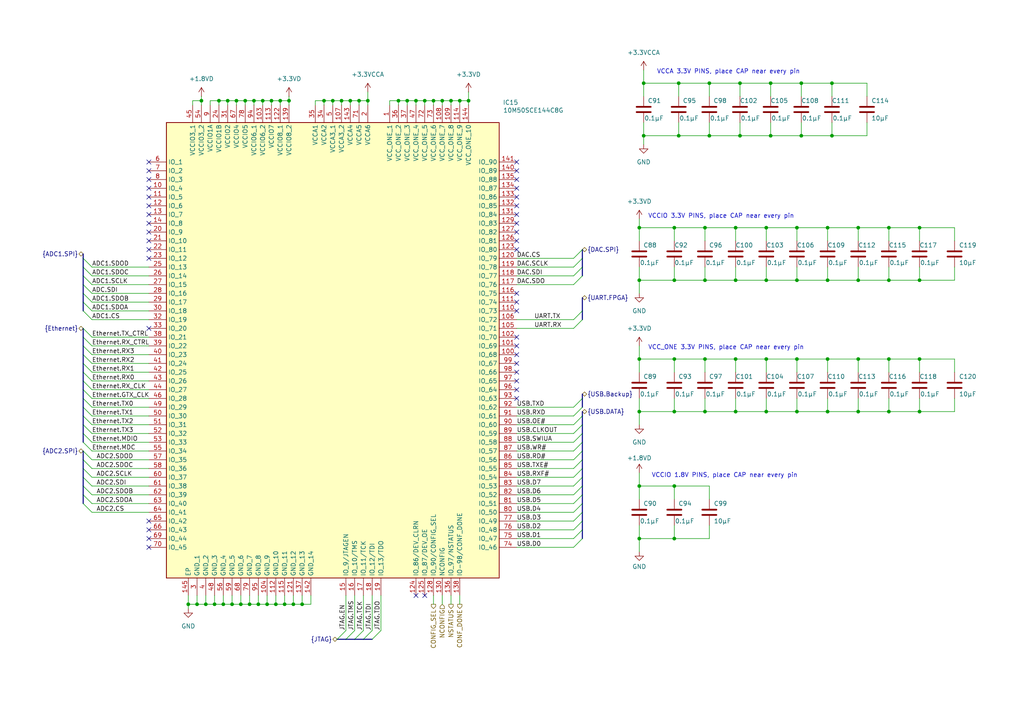
<source format=kicad_sch>
(kicad_sch (version 20250114) (generator "eeschema") (generator_version "9.0")
  (paper "A4")
  (bus_alias "JTAG" (members "JTAG.EN" "JTAG.TMS" "JTAG.TCK" "JTAG.TDI" "JTAG.TDO"))
  (text "VCC_ONE 3.3V PINS, place CAP near every pin" (at 187.96 101.6 0) (effects (font (size 1.27 1.27)) (justify left bottom)))
  (text "VCCA 3.3V PINS, place CAP near every pin" (at 190.5 21.59 0) (effects (font (size 1.27 1.27)) (justify left bottom)))
  (text "VCCIO 1.8V PINS, place CAP near every pin" (at 188.976 138.684 0) (effects (font (size 1.27 1.27)) (justify left bottom)))
  (text "VCCIO 3.3V PINS, place CAP near every pin" (at 187.96 63.5 0) (effects (font (size 1.27 1.27)) (justify left bottom)))
  (junction (at 266.7 104.14))
  (junction (at 222.25 119.38))
  (junction (at 62.23 175.26))
  (junction (at 118.11 29.21))
  (junction (at 204.47 104.14))
  (junction (at 204.47 81.28))
  (junction (at 240.03 66.04))
  (junction (at 266.7 81.28))
  (junction (at 123.19 29.21))
  (junction (at 240.03 81.28))
  (junction (at 106.68 29.21))
  (junction (at 213.36 81.28))
  (junction (at 214.63 39.37))
  (junction (at 248.92 66.04))
  (junction (at 87.63 175.26))
  (junction (at 205.74 24.13))
  (junction (at 240.03 119.38))
  (junction (at 185.42 104.14))
  (junction (at 266.7 119.38))
  (junction (at 186.69 24.13))
  (junction (at 223.52 39.37))
  (junction (at 68.58 29.21))
  (junction (at 63.5 29.21))
  (junction (at 213.36 119.38))
  (junction (at 205.74 39.37))
  (junction (at 196.85 39.37))
  (junction (at 213.36 66.04))
  (junction (at 104.14 29.21))
  (junction (at 58.42 29.21))
  (junction (at 85.09 175.26))
  (junction (at 186.69 39.37))
  (junction (at 115.57 29.21))
  (junction (at 257.81 66.04))
  (junction (at 241.3 24.13))
  (junction (at 195.58 119.38))
  (junction (at 185.42 156.21))
  (junction (at 71.12 29.21))
  (junction (at 54.61 175.26))
  (junction (at 231.14 81.28))
  (junction (at 195.58 156.21))
  (junction (at 57.15 175.26))
  (junction (at 185.42 81.28))
  (junction (at 69.85 175.26))
  (junction (at 223.52 24.13))
  (junction (at 78.74 29.21))
  (junction (at 248.92 104.14))
  (junction (at 266.7 66.04))
  (junction (at 213.36 104.14))
  (junction (at 81.28 29.21))
  (junction (at 59.69 175.26))
  (junction (at 195.58 66.04))
  (junction (at 195.58 104.14))
  (junction (at 195.58 140.97))
  (junction (at 195.58 81.28))
  (junction (at 93.98 29.21))
  (junction (at 248.92 119.38))
  (junction (at 135.89 29.21))
  (junction (at 72.39 175.26))
  (junction (at 257.81 81.28))
  (junction (at 77.47 175.26))
  (junction (at 99.06 29.21))
  (junction (at 133.35 29.21))
  (junction (at 222.25 66.04))
  (junction (at 231.14 119.38))
  (junction (at 80.01 175.26))
  (junction (at 185.42 119.38))
  (junction (at 232.41 24.13))
  (junction (at 120.65 29.21))
  (junction (at 257.81 119.38))
  (junction (at 204.47 66.04))
  (junction (at 83.82 29.21))
  (junction (at 76.2 29.21))
  (junction (at 64.77 175.26))
  (junction (at 125.73 29.21))
  (junction (at 241.3 39.37))
  (junction (at 214.63 24.13))
  (junction (at 130.81 29.21))
  (junction (at 128.27 29.21))
  (junction (at 231.14 66.04))
  (junction (at 231.14 104.14))
  (junction (at 74.93 175.26))
  (junction (at 222.25 81.28))
  (junction (at 66.04 29.21))
  (junction (at 248.92 81.28))
  (junction (at 232.41 39.37))
  (junction (at 82.55 175.26))
  (junction (at 101.6 29.21))
  (junction (at 222.25 104.14))
  (junction (at 204.47 119.38))
  (junction (at 257.81 104.14))
  (junction (at 240.03 104.14))
  (junction (at 73.66 29.21))
  (junction (at 96.52 29.21))
  (junction (at 196.85 24.13))
  (junction (at 67.31 175.26))
  (junction (at 185.42 140.97))
  (junction (at 185.42 66.04))
  (no_connect (at 149.86 57.15))
  (no_connect (at 149.86 64.77))
  (no_connect (at 43.18 62.23))
  (no_connect (at 149.86 102.87))
  (no_connect (at 149.86 100.33))
  (no_connect (at 149.86 59.69))
  (no_connect (at 43.18 72.39))
  (no_connect (at 149.86 62.23))
  (no_connect (at 123.19 172.72))
  (no_connect (at 43.18 67.31))
  (no_connect (at 43.18 151.13))
  (no_connect (at 43.18 153.67))
  (no_connect (at 43.18 156.21))
  (no_connect (at 149.86 110.49))
  (no_connect (at 43.18 49.53))
  (no_connect (at 149.86 46.99))
  (no_connect (at 43.18 54.61))
  (no_connect (at 43.18 59.69))
  (no_connect (at 149.86 97.79))
  (no_connect (at 149.86 105.41))
  (no_connect (at 43.18 64.77))
  (no_connect (at 149.86 72.39))
  (no_connect (at 149.86 52.07))
  (no_connect (at 149.86 113.03))
  (no_connect (at 149.86 115.57))
  (no_connect (at 43.18 158.75))
  (no_connect (at 149.86 90.17))
  (no_connect (at 149.86 87.63))
  (no_connect (at 149.86 49.53))
  (no_connect (at 43.18 46.99))
  (no_connect (at 43.18 74.93))
  (no_connect (at 149.86 54.61))
  (no_connect (at 149.86 85.09))
  (no_connect (at 149.86 107.95))
  (no_connect (at 43.18 57.15))
  (no_connect (at 149.86 69.85))
  (no_connect (at 149.86 67.31))
  (no_connect (at 43.18 52.07))
  (no_connect (at 120.65 172.72))
  (no_connect (at 43.18 95.25))
  (no_connect (at 43.18 69.85))
  (bus_entry (at 24.13 74.93) (size 2.54 2.54))
  (bus_entry (at 24.13 110.49) (size 2.54 2.54))
  (bus_entry (at 24.13 87.63) (size 2.54 2.54))
  (bus_entry (at 168.91 135.89) (size -2.54 2.54))
  (bus_entry (at 168.91 120.65) (size -2.54 2.54))
  (bus_entry (at 102.87 185.42) (size 2.54 -2.54))
  (bus_entry (at 107.95 185.42) (size 2.54 -2.54))
  (bus_entry (at 168.91 143.51) (size -2.54 2.54))
  (bus_entry (at 24.13 140.97) (size 2.54 2.54))
  (bus_entry (at 24.13 133.35) (size 2.54 2.54))
  (bus_entry (at 168.91 153.67) (size -2.54 2.54))
  (bus_entry (at 168.91 72.39) (size -2.54 2.54))
  (bus_entry (at 24.13 107.95) (size 2.54 2.54))
  (bus_entry (at 24.13 105.41) (size 2.54 2.54))
  (bus_entry (at 168.91 77.47) (size -2.54 2.54))
  (bus_entry (at 168.91 74.93) (size -2.54 2.54))
  (bus_entry (at 168.91 123.19) (size -2.54 2.54))
  (bus_entry (at 24.13 143.51) (size 2.54 2.54))
  (bus_entry (at 24.13 130.81) (size 2.54 2.54))
  (bus_entry (at 168.91 80.01) (size -2.54 2.54))
  (bus_entry (at 168.91 138.43) (size -2.54 2.54))
  (bus_entry (at 24.13 113.03) (size 2.54 2.54))
  (bus_entry (at 166.37 95.25) (size 2.54 -2.54))
  (bus_entry (at 168.91 118.11) (size -2.54 2.54))
  (bus_entry (at 168.91 156.21) (size -2.54 2.54))
  (bus_entry (at 24.13 100.33) (size 2.54 2.54))
  (bus_entry (at 24.13 128.27) (size 2.54 2.54))
  (bus_entry (at 168.91 146.05) (size -2.54 2.54))
  (bus_entry (at 168.91 140.97) (size -2.54 2.54))
  (bus_entry (at 24.13 102.87) (size 2.54 2.54))
  (bus_entry (at 24.13 135.89) (size 2.54 2.54))
  (bus_entry (at 97.79 185.42) (size 2.54 -2.54))
  (bus_entry (at 24.13 125.73) (size 2.54 2.54))
  (bus_entry (at 24.13 77.47) (size 2.54 2.54))
  (bus_entry (at 168.91 133.35) (size -2.54 2.54))
  (bus_entry (at 24.13 118.11) (size 2.54 2.54))
  (bus_entry (at 24.13 138.43) (size 2.54 2.54))
  (bus_entry (at 168.91 128.27) (size -2.54 2.54))
  (bus_entry (at 168.91 151.13) (size -2.54 2.54))
  (bus_entry (at 24.13 115.57) (size 2.54 2.54))
  (bus_entry (at 24.13 97.79) (size 2.54 2.54))
  (bus_entry (at 168.91 148.59) (size -2.54 2.54))
  (bus_entry (at 105.41 185.42) (size 2.54 -2.54))
  (bus_entry (at 168.91 90.17) (size -2.54 2.54))
  (bus_entry (at 24.13 95.25) (size 2.54 2.54))
  (bus_entry (at 168.91 130.81) (size -2.54 2.54))
  (bus_entry (at 24.13 123.19) (size 2.54 2.54))
  (bus_entry (at 24.13 90.17) (size 2.54 2.54))
  (bus_entry (at 24.13 80.01) (size 2.54 2.54))
  (bus_entry (at 24.13 85.09) (size 2.54 2.54))
  (bus_entry (at 24.13 146.05) (size 2.54 2.54))
  (bus_entry (at 168.91 115.57) (size -2.54 2.54))
  (bus_entry (at 168.91 125.73) (size -2.54 2.54))
  (bus_entry (at 24.13 82.55) (size 2.54 2.54))
  (bus_entry (at 24.13 120.65) (size 2.54 2.54))
  (bus_entry (at 100.33 185.42) (size 2.54 -2.54))
  (wire (pts (xy 120.65 30.48) (xy 120.65 29.21)))
  (wire (pts (xy 195.58 156.21) (xy 205.74 156.21)))
  (bus (pts (xy 24.13 107.95) (xy 24.13 110.49)))
  (wire (pts (xy 99.06 30.48) (xy 99.06 29.21)))
  (bus (pts (xy 168.91 90.17) (xy 168.91 92.71)))
  (wire (pts (xy 195.58 115.57) (xy 195.58 119.38)))
  (wire (pts (xy 149.86 153.67) (xy 166.37 153.67)))
  (wire (pts (xy 196.85 39.37) (xy 186.69 39.37)))
  (wire (pts (xy 222.25 77.47) (xy 222.25 81.28)))
  (wire (pts (xy 77.47 175.26) (xy 74.93 175.26)))
  (wire (pts (xy 266.7 104.14) (xy 257.81 104.14)))
  (wire (pts (xy 195.58 107.95) (xy 195.58 104.14)))
  (wire (pts (xy 118.11 29.21) (xy 120.65 29.21)))
  (wire (pts (xy 69.85 172.72) (xy 69.85 175.26)))
  (wire (pts (xy 248.92 119.38) (xy 240.03 119.38)))
  (wire (pts (xy 62.23 172.72) (xy 62.23 175.26)))
  (bus (pts (xy 100.33 185.42) (xy 102.87 185.42)))
  (wire (pts (xy 232.41 27.94) (xy 232.41 24.13)))
  (wire (pts (xy 185.42 160.02) (xy 185.42 156.21)))
  (wire (pts (xy 185.42 81.28) (xy 185.42 77.47)))
  (wire (pts (xy 91.44 30.48) (xy 91.44 29.21)))
  (wire (pts (xy 240.03 66.04) (xy 231.14 66.04)))
  (wire (pts (xy 80.01 175.26) (xy 77.47 175.26)))
  (wire (pts (xy 71.12 29.21) (xy 73.66 29.21)))
  (wire (pts (xy 195.58 140.97) (xy 185.42 140.97)))
  (wire (pts (xy 240.03 69.85) (xy 240.03 66.04)))
  (wire (pts (xy 59.69 172.72) (xy 59.69 175.26)))
  (wire (pts (xy 257.81 66.04) (xy 257.81 69.85)))
  (wire (pts (xy 266.7 119.38) (xy 257.81 119.38)))
  (bus (pts (xy 168.91 151.13) (xy 168.91 153.67)))
  (wire (pts (xy 26.67 113.03) (xy 43.18 113.03)))
  (bus (pts (xy 102.87 185.42) (xy 105.41 185.42)))
  (wire (pts (xy 149.86 95.25) (xy 166.37 95.25)))
  (wire (pts (xy 64.77 175.26) (xy 62.23 175.26)))
  (wire (pts (xy 149.86 133.35) (xy 166.37 133.35)))
  (wire (pts (xy 63.5 29.21) (xy 66.04 29.21)))
  (wire (pts (xy 85.09 175.26) (xy 82.55 175.26)))
  (wire (pts (xy 26.67 110.49) (xy 43.18 110.49)))
  (wire (pts (xy 185.42 104.14) (xy 185.42 107.95)))
  (wire (pts (xy 251.46 24.13) (xy 251.46 27.94)))
  (wire (pts (xy 266.7 77.47) (xy 266.7 81.28)))
  (wire (pts (xy 105.41 172.72) (xy 105.41 182.88)))
  (wire (pts (xy 149.86 138.43) (xy 166.37 138.43)))
  (wire (pts (xy 213.36 81.28) (xy 204.47 81.28)))
  (wire (pts (xy 149.86 158.75) (xy 166.37 158.75)))
  (wire (pts (xy 67.31 175.26) (xy 64.77 175.26)))
  (wire (pts (xy 213.36 77.47) (xy 213.36 81.28)))
  (wire (pts (xy 251.46 35.56) (xy 251.46 39.37)))
  (wire (pts (xy 185.42 85.09) (xy 185.42 81.28)))
  (wire (pts (xy 123.19 30.48) (xy 123.19 29.21)))
  (wire (pts (xy 205.74 140.97) (xy 205.74 144.78)))
  (wire (pts (xy 149.86 128.27) (xy 166.37 128.27)))
  (wire (pts (xy 73.66 29.21) (xy 73.66 30.48)))
  (wire (pts (xy 232.41 39.37) (xy 223.52 39.37)))
  (wire (pts (xy 241.3 27.94) (xy 241.3 24.13)))
  (wire (pts (xy 240.03 115.57) (xy 240.03 119.38)))
  (wire (pts (xy 58.42 30.48) (xy 58.42 29.21)))
  (bus (pts (xy 24.13 87.63) (xy 24.13 90.17)))
  (wire (pts (xy 74.93 175.26) (xy 72.39 175.26)))
  (wire (pts (xy 204.47 107.95) (xy 204.47 104.14)))
  (bus (pts (xy 24.13 115.57) (xy 24.13 118.11)))
  (wire (pts (xy 276.86 115.57) (xy 276.86 119.38)))
  (wire (pts (xy 133.35 29.21) (xy 135.89 29.21)))
  (wire (pts (xy 110.49 172.72) (xy 110.49 182.88)))
  (wire (pts (xy 222.25 66.04) (xy 213.36 66.04)))
  (wire (pts (xy 205.74 27.94) (xy 205.74 24.13)))
  (wire (pts (xy 266.7 119.38) (xy 276.86 119.38)))
  (wire (pts (xy 276.86 77.47) (xy 276.86 81.28)))
  (wire (pts (xy 60.96 30.48) (xy 60.96 29.21)))
  (bus (pts (xy 168.91 115.57) (xy 168.91 118.11)))
  (wire (pts (xy 67.31 172.72) (xy 67.31 175.26)))
  (wire (pts (xy 26.67 107.95) (xy 43.18 107.95)))
  (wire (pts (xy 26.67 105.41) (xy 43.18 105.41)))
  (wire (pts (xy 26.67 130.81) (xy 43.18 130.81)))
  (wire (pts (xy 130.81 29.21) (xy 133.35 29.21)))
  (wire (pts (xy 241.3 39.37) (xy 232.41 39.37)))
  (wire (pts (xy 83.82 29.21) (xy 83.82 30.48)))
  (wire (pts (xy 71.12 29.21) (xy 71.12 30.48)))
  (wire (pts (xy 115.57 29.21) (xy 118.11 29.21)))
  (wire (pts (xy 26.67 128.27) (xy 43.18 128.27)))
  (wire (pts (xy 133.35 172.72) (xy 133.35 175.26)))
  (bus (pts (xy 168.91 72.39) (xy 168.91 74.93)))
  (bus (pts (xy 24.13 110.49) (xy 24.13 113.03)))
  (wire (pts (xy 43.18 82.55) (xy 26.67 82.55)))
  (wire (pts (xy 266.7 69.85) (xy 266.7 66.04)))
  (wire (pts (xy 266.7 66.04) (xy 276.86 66.04)))
  (wire (pts (xy 214.63 24.13) (xy 205.74 24.13)))
  (wire (pts (xy 43.18 92.71) (xy 26.67 92.71)))
  (wire (pts (xy 241.3 24.13) (xy 232.41 24.13)))
  (wire (pts (xy 26.67 100.33) (xy 43.18 100.33)))
  (wire (pts (xy 195.58 144.78) (xy 195.58 140.97)))
  (wire (pts (xy 149.86 148.59) (xy 166.37 148.59)))
  (bus (pts (xy 24.13 95.25) (xy 24.13 97.79)))
  (wire (pts (xy 204.47 119.38) (xy 195.58 119.38)))
  (bus (pts (xy 168.91 77.47) (xy 168.91 80.01)))
  (wire (pts (xy 104.14 30.48) (xy 104.14 29.21)))
  (wire (pts (xy 55.88 29.21) (xy 55.88 30.48)))
  (wire (pts (xy 26.67 118.11) (xy 43.18 118.11)))
  (wire (pts (xy 26.67 123.19) (xy 43.18 123.19)))
  (bus (pts (xy 24.13 118.11) (xy 24.13 120.65)))
  (bus (pts (xy 24.13 82.55) (xy 24.13 85.09)))
  (wire (pts (xy 185.42 137.16) (xy 185.42 140.97)))
  (wire (pts (xy 196.85 35.56) (xy 196.85 39.37)))
  (wire (pts (xy 232.41 24.13) (xy 223.52 24.13)))
  (wire (pts (xy 213.36 66.04) (xy 204.47 66.04)))
  (bus (pts (xy 24.13 73.66) (xy 24.13 74.93)))
  (wire (pts (xy 104.14 29.21) (xy 106.68 29.21)))
  (wire (pts (xy 213.36 115.57) (xy 213.36 119.38)))
  (bus (pts (xy 168.91 130.81) (xy 168.91 133.35)))
  (wire (pts (xy 240.03 104.14) (xy 231.14 104.14)))
  (wire (pts (xy 91.44 29.21) (xy 93.98 29.21)))
  (wire (pts (xy 223.52 35.56) (xy 223.52 39.37)))
  (wire (pts (xy 26.67 138.43) (xy 43.18 138.43)))
  (wire (pts (xy 58.42 29.21) (xy 55.88 29.21)))
  (bus (pts (xy 24.13 77.47) (xy 24.13 80.01)))
  (bus (pts (xy 168.91 125.73) (xy 168.91 128.27)))
  (wire (pts (xy 204.47 69.85) (xy 204.47 66.04)))
  (wire (pts (xy 76.2 29.21) (xy 78.74 29.21)))
  (wire (pts (xy 113.03 29.21) (xy 115.57 29.21)))
  (bus (pts (xy 168.91 148.59) (xy 168.91 151.13)))
  (wire (pts (xy 76.2 29.21) (xy 76.2 30.48)))
  (wire (pts (xy 231.14 119.38) (xy 222.25 119.38)))
  (wire (pts (xy 149.86 125.73) (xy 166.37 125.73)))
  (wire (pts (xy 149.86 120.65) (xy 166.37 120.65)))
  (wire (pts (xy 195.58 69.85) (xy 195.58 66.04)))
  (wire (pts (xy 186.69 39.37) (xy 186.69 35.56)))
  (wire (pts (xy 231.14 77.47) (xy 231.14 81.28)))
  (wire (pts (xy 266.7 81.28) (xy 257.81 81.28)))
  (wire (pts (xy 85.09 172.72) (xy 85.09 175.26)))
  (wire (pts (xy 266.7 66.04) (xy 257.81 66.04)))
  (wire (pts (xy 149.86 146.05) (xy 166.37 146.05)))
  (wire (pts (xy 80.01 172.72) (xy 80.01 175.26)))
  (wire (pts (xy 26.67 135.89) (xy 43.18 135.89)))
  (wire (pts (xy 240.03 119.38) (xy 231.14 119.38)))
  (wire (pts (xy 96.52 29.21) (xy 99.06 29.21)))
  (wire (pts (xy 214.63 39.37) (xy 205.74 39.37)))
  (bus (pts (xy 97.79 185.42) (xy 100.33 185.42)))
  (wire (pts (xy 60.96 29.21) (xy 63.5 29.21)))
  (wire (pts (xy 102.87 172.72) (xy 102.87 182.88)))
  (wire (pts (xy 222.25 107.95) (xy 222.25 104.14)))
  (wire (pts (xy 69.85 175.26) (xy 67.31 175.26)))
  (wire (pts (xy 82.55 175.26) (xy 80.01 175.26)))
  (wire (pts (xy 26.67 125.73) (xy 43.18 125.73)))
  (wire (pts (xy 248.92 107.95) (xy 248.92 104.14)))
  (bus (pts (xy 24.13 143.51) (xy 24.13 146.05)))
  (bus (pts (xy 24.13 74.93) (xy 24.13 77.47)))
  (wire (pts (xy 59.69 175.26) (xy 57.15 175.26)))
  (wire (pts (xy 81.28 29.21) (xy 83.82 29.21)))
  (wire (pts (xy 66.04 30.48) (xy 66.04 29.21)))
  (bus (pts (xy 168.91 74.93) (xy 168.91 77.47)))
  (wire (pts (xy 68.58 29.21) (xy 71.12 29.21)))
  (wire (pts (xy 222.25 115.57) (xy 222.25 119.38)))
  (bus (pts (xy 24.13 123.19) (xy 24.13 125.73)))
  (wire (pts (xy 54.61 172.72) (xy 54.61 175.26)))
  (wire (pts (xy 118.11 30.48) (xy 118.11 29.21)))
  (wire (pts (xy 26.67 146.05) (xy 43.18 146.05)))
  (wire (pts (xy 185.42 66.04) (xy 185.42 69.85)))
  (wire (pts (xy 231.14 81.28) (xy 222.25 81.28)))
  (wire (pts (xy 130.81 172.72) (xy 130.81 175.26)))
  (wire (pts (xy 195.58 152.4) (xy 195.58 156.21)))
  (wire (pts (xy 231.14 66.04) (xy 222.25 66.04)))
  (wire (pts (xy 231.14 69.85) (xy 231.14 66.04)))
  (wire (pts (xy 125.73 29.21) (xy 128.27 29.21)))
  (wire (pts (xy 204.47 77.47) (xy 204.47 81.28)))
  (bus (pts (xy 168.91 123.19) (xy 168.91 125.73)))
  (wire (pts (xy 195.58 66.04) (xy 185.42 66.04)))
  (wire (pts (xy 125.73 172.72) (xy 125.73 175.26)))
  (bus (pts (xy 24.13 105.41) (xy 24.13 107.95)))
  (wire (pts (xy 83.82 29.21) (xy 83.82 27.94)))
  (wire (pts (xy 149.86 118.11) (xy 166.37 118.11)))
  (wire (pts (xy 26.67 97.79) (xy 43.18 97.79)))
  (wire (pts (xy 185.42 119.38) (xy 185.42 115.57)))
  (wire (pts (xy 185.42 156.21) (xy 185.42 152.4)))
  (wire (pts (xy 149.86 82.55) (xy 166.37 82.55)))
  (wire (pts (xy 87.63 175.26) (xy 85.09 175.26)))
  (wire (pts (xy 43.18 85.09) (xy 26.67 85.09)))
  (wire (pts (xy 99.06 29.21) (xy 101.6 29.21)))
  (wire (pts (xy 128.27 30.48) (xy 128.27 29.21)))
  (wire (pts (xy 125.73 30.48) (xy 125.73 29.21)))
  (wire (pts (xy 26.67 148.59) (xy 43.18 148.59)))
  (wire (pts (xy 204.47 81.28) (xy 195.58 81.28)))
  (wire (pts (xy 26.67 143.51) (xy 43.18 143.51)))
  (wire (pts (xy 248.92 104.14) (xy 240.03 104.14)))
  (wire (pts (xy 196.85 24.13) (xy 186.69 24.13)))
  (wire (pts (xy 26.67 120.65) (xy 43.18 120.65)))
  (bus (pts (xy 168.91 119.38) (xy 168.91 120.65)))
  (wire (pts (xy 213.36 107.95) (xy 213.36 104.14)))
  (wire (pts (xy 68.58 29.21) (xy 68.58 30.48)))
  (wire (pts (xy 106.68 29.21) (xy 106.68 30.48)))
  (wire (pts (xy 149.86 74.93) (xy 166.37 74.93)))
  (wire (pts (xy 43.18 77.47) (xy 26.67 77.47)))
  (bus (pts (xy 24.13 113.03) (xy 24.13 115.57)))
  (bus (pts (xy 168.91 133.35) (xy 168.91 135.89)))
  (wire (pts (xy 222.25 104.14) (xy 213.36 104.14)))
  (wire (pts (xy 64.77 172.72) (xy 64.77 175.26)))
  (bus (pts (xy 168.91 146.05) (xy 168.91 148.59)))
  (wire (pts (xy 66.04 29.21) (xy 68.58 29.21)))
  (bus (pts (xy 24.13 100.33) (xy 24.13 102.87)))
  (wire (pts (xy 240.03 77.47) (xy 240.03 81.28)))
  (wire (pts (xy 93.98 30.48) (xy 93.98 29.21)))
  (wire (pts (xy 241.3 39.37) (xy 251.46 39.37)))
  (wire (pts (xy 82.55 172.72) (xy 82.55 175.26)))
  (wire (pts (xy 63.5 30.48) (xy 63.5 29.21)))
  (wire (pts (xy 78.74 29.21) (xy 81.28 29.21)))
  (wire (pts (xy 205.74 39.37) (xy 196.85 39.37)))
  (wire (pts (xy 149.86 143.51) (xy 166.37 143.51)))
  (wire (pts (xy 26.67 133.35) (xy 43.18 133.35)))
  (wire (pts (xy 195.58 104.14) (xy 185.42 104.14)))
  (wire (pts (xy 214.63 35.56) (xy 214.63 39.37)))
  (wire (pts (xy 257.81 107.95) (xy 257.81 104.14)))
  (wire (pts (xy 100.33 172.72) (xy 100.33 182.88)))
  (bus (pts (xy 168.91 120.65) (xy 168.91 123.19)))
  (wire (pts (xy 195.58 140.97) (xy 205.74 140.97)))
  (bus (pts (xy 24.13 140.97) (xy 24.13 143.51)))
  (wire (pts (xy 204.47 66.04) (xy 195.58 66.04)))
  (wire (pts (xy 204.47 104.14) (xy 195.58 104.14)))
  (wire (pts (xy 149.86 92.71) (xy 166.37 92.71)))
  (bus (pts (xy 24.13 125.73) (xy 24.13 128.27)))
  (bus (pts (xy 24.13 135.89) (xy 24.13 138.43)))
  (bus (pts (xy 24.13 133.35) (xy 24.13 135.89)))
  (wire (pts (xy 214.63 27.94) (xy 214.63 24.13)))
  (wire (pts (xy 248.92 77.47) (xy 248.92 81.28)))
  (wire (pts (xy 58.42 27.94) (xy 58.42 29.21)))
  (wire (pts (xy 133.35 30.48) (xy 133.35 29.21)))
  (wire (pts (xy 43.18 80.01) (xy 26.67 80.01)))
  (wire (pts (xy 222.25 81.28) (xy 213.36 81.28)))
  (wire (pts (xy 72.39 175.26) (xy 69.85 175.26)))
  (wire (pts (xy 266.7 107.95) (xy 266.7 104.14)))
  (wire (pts (xy 205.74 152.4) (xy 205.74 156.21)))
  (wire (pts (xy 204.47 115.57) (xy 204.47 119.38)))
  (wire (pts (xy 257.81 104.14) (xy 248.92 104.14)))
  (wire (pts (xy 223.52 27.94) (xy 223.52 24.13)))
  (wire (pts (xy 123.19 29.21) (xy 125.73 29.21)))
  (wire (pts (xy 149.86 130.81) (xy 166.37 130.81)))
  (wire (pts (xy 149.86 123.19) (xy 166.37 123.19)))
  (bus (pts (xy 168.91 128.27) (xy 168.91 130.81)))
  (wire (pts (xy 90.17 175.26) (xy 87.63 175.26)))
  (wire (pts (xy 72.39 172.72) (xy 72.39 175.26)))
  (wire (pts (xy 213.36 104.14) (xy 204.47 104.14)))
  (wire (pts (xy 240.03 107.95) (xy 240.03 104.14)))
  (wire (pts (xy 186.69 24.13) (xy 186.69 27.94)))
  (wire (pts (xy 205.74 24.13) (xy 196.85 24.13)))
  (bus (pts (xy 24.13 120.65) (xy 24.13 123.19)))
  (wire (pts (xy 74.93 172.72) (xy 74.93 175.26)))
  (wire (pts (xy 26.67 102.87) (xy 43.18 102.87)))
  (wire (pts (xy 266.7 104.14) (xy 276.86 104.14)))
  (wire (pts (xy 185.42 140.97) (xy 185.42 144.78)))
  (wire (pts (xy 248.92 81.28) (xy 240.03 81.28)))
  (wire (pts (xy 213.36 119.38) (xy 204.47 119.38)))
  (wire (pts (xy 135.89 26.67) (xy 135.89 29.21)))
  (wire (pts (xy 195.58 156.21) (xy 185.42 156.21)))
  (wire (pts (xy 113.03 30.48) (xy 113.03 29.21)))
  (wire (pts (xy 257.81 77.47) (xy 257.81 81.28)))
  (wire (pts (xy 276.86 104.14) (xy 276.86 107.95)))
  (wire (pts (xy 248.92 115.57) (xy 248.92 119.38)))
  (wire (pts (xy 266.7 115.57) (xy 266.7 119.38)))
  (wire (pts (xy 26.67 140.97) (xy 43.18 140.97)))
  (wire (pts (xy 149.86 156.21) (xy 166.37 156.21)))
  (bus (pts (xy 24.13 102.87) (xy 24.13 105.41)))
  (wire (pts (xy 93.98 29.21) (xy 96.52 29.21)))
  (wire (pts (xy 43.18 90.17) (xy 26.67 90.17)))
  (wire (pts (xy 90.17 172.72) (xy 90.17 175.26)))
  (wire (pts (xy 81.28 29.21) (xy 81.28 30.48)))
  (bus (pts (xy 168.91 135.89) (xy 168.91 138.43)))
  (wire (pts (xy 266.7 81.28) (xy 276.86 81.28)))
  (wire (pts (xy 205.74 35.56) (xy 205.74 39.37)))
  (wire (pts (xy 240.03 81.28) (xy 231.14 81.28)))
  (wire (pts (xy 248.92 66.04) (xy 240.03 66.04)))
  (wire (pts (xy 196.85 27.94) (xy 196.85 24.13)))
  (wire (pts (xy 120.65 29.21) (xy 123.19 29.21)))
  (wire (pts (xy 26.67 115.57) (xy 43.18 115.57)))
  (wire (pts (xy 231.14 115.57) (xy 231.14 119.38)))
  (wire (pts (xy 107.95 172.72) (xy 107.95 182.88)))
  (wire (pts (xy 77.47 172.72) (xy 77.47 175.26)))
  (wire (pts (xy 186.69 41.91) (xy 186.69 39.37)))
  (wire (pts (xy 128.27 29.21) (xy 130.81 29.21)))
  (wire (pts (xy 195.58 77.47) (xy 195.58 81.28)))
  (wire (pts (xy 185.42 63.5) (xy 185.42 66.04)))
  (wire (pts (xy 257.81 66.04) (xy 248.92 66.04)))
  (wire (pts (xy 43.18 87.63) (xy 26.67 87.63)))
  (bus (pts (xy 24.13 130.81) (xy 24.13 133.35)))
  (bus (pts (xy 24.13 85.09) (xy 24.13 87.63)))
  (wire (pts (xy 78.74 29.21) (xy 78.74 30.48)))
  (wire (pts (xy 241.3 35.56) (xy 241.3 39.37)))
  (wire (pts (xy 96.52 30.48) (xy 96.52 29.21)))
  (bus (pts (xy 105.41 185.42) (xy 107.95 185.42)))
  (bus (pts (xy 24.13 80.01) (xy 24.13 82.55)))
  (wire (pts (xy 57.15 172.72) (xy 57.15 175.26)))
  (wire (pts (xy 222.25 119.38) (xy 213.36 119.38)))
  (bus (pts (xy 24.13 138.43) (xy 24.13 140.97)))
  (wire (pts (xy 195.58 119.38) (xy 185.42 119.38)))
  (wire (pts (xy 130.81 30.48) (xy 130.81 29.21)))
  (wire (pts (xy 73.66 29.21) (xy 76.2 29.21)))
  (wire (pts (xy 223.52 24.13) (xy 214.63 24.13)))
  (wire (pts (xy 149.86 151.13) (xy 166.37 151.13)))
  (wire (pts (xy 231.14 107.95) (xy 231.14 104.14)))
  (wire (pts (xy 149.86 135.89) (xy 166.37 135.89)))
  (wire (pts (xy 101.6 29.21) (xy 104.14 29.21)))
  (wire (pts (xy 128.27 172.72) (xy 128.27 175.26)))
  (wire (pts (xy 213.36 69.85) (xy 213.36 66.04)))
  (wire (pts (xy 186.69 20.32) (xy 186.69 24.13)))
  (wire (pts (xy 106.68 26.67) (xy 106.68 29.21)))
  (wire (pts (xy 101.6 30.48) (xy 101.6 29.21)))
  (bus (pts (xy 168.91 114.3) (xy 168.91 115.57)))
  (wire (pts (xy 185.42 100.33) (xy 185.42 104.14)))
  (bus (pts (xy 168.91 153.67) (xy 168.91 156.21)))
  (wire (pts (xy 135.89 29.21) (xy 135.89 30.48)))
  (wire (pts (xy 241.3 24.13) (xy 251.46 24.13)))
  (wire (pts (xy 222.25 69.85) (xy 222.25 66.04)))
  (wire (pts (xy 257.81 81.28) (xy 248.92 81.28)))
  (wire (pts (xy 185.42 123.19) (xy 185.42 119.38)))
  (wire (pts (xy 276.86 66.04) (xy 276.86 69.85)))
  (wire (pts (xy 257.81 115.57) (xy 257.81 119.38)))
  (wire (pts (xy 232.41 35.56) (xy 232.41 39.37)))
  (wire (pts (xy 223.52 39.37) (xy 214.63 39.37)))
  (bus (pts (xy 168.91 143.51) (xy 168.91 146.05)))
  (bus (pts (xy 168.91 86.36) (xy 168.91 90.17)))
  (wire (pts (xy 115.57 30.48) (xy 115.57 29.21)))
  (wire (pts (xy 54.61 175.26) (xy 54.61 176.53)))
  (wire (pts (xy 231.14 104.14) (xy 222.25 104.14)))
  (wire (pts (xy 257.81 119.38) (xy 248.92 119.38)))
  (wire (pts (xy 195.58 81.28) (xy 185.42 81.28)))
  (wire (pts (xy 57.15 175.26) (xy 54.61 175.26)))
  (wire (pts (xy 248.92 66.04) (xy 248.92 69.85)))
  (bus (pts (xy 168.91 140.97) (xy 168.91 143.51)))
  (bus (pts (xy 168.91 138.43) (xy 168.91 140.97)))
  (wire (pts (xy 149.86 77.47) (xy 166.37 77.47)))
  (bus (pts (xy 24.13 97.79) (xy 24.13 100.33)))
  (wire (pts (xy 149.86 140.97) (xy 166.37 140.97)))
  (wire (pts (xy 87.63 172.72) (xy 87.63 175.26)))
  (wire (pts (xy 62.23 175.26) (xy 59.69 175.26)))
  (wire (pts (xy 149.86 80.01) (xy 166.37 80.01)))
  (label "ADC1.SDOD" (at 26.67 77.47 0))
  (label "USB.SWIUA" (at 149.86 128.27 0))
  (label "USB.CLKOUT" (at 149.86 125.73 0))
  (label "Ethernet.TX_CTRL" (at 26.67 97.79 0))
  (label "USB.D3" (at 149.86 151.13 0))
  (label "DAC.SCLK" (at 149.86 77.47 0))
  (label "ADC1.SDOA" (at 26.67 90.17 0))
  (label "ADC2.SCLK" (at 27.94 138.43 0))
  (label "Ethernet.RX1" (at 26.67 107.95 0))
  (label "DAC.CS" (at 149.86 74.93 0))
  (label "JTAG.TDI" (at 107.95 182.88 90))
  (label "USB.D6" (at 149.86 143.51 0))
  (label "UART.RX" (at 154.94 95.25 0))
  (label "USB.TXE#" (at 149.86 135.89 0))
  (label "USB.WR#" (at 149.86 130.81 0))
  (label "USB.D7" (at 149.86 140.97 0))
  (label "UART.TX" (at 154.94 92.71 0))
  (label "USB.RXD" (at 149.86 120.65 0))
  (label "Ethernet.MDC" (at 26.67 130.81 0))
  (label "ADC2.SDOB" (at 27.94 143.51 0))
  (label "ADC.SDI" (at 26.67 85.09 0))
  (label "USB.OE#" (at 149.86 123.19 0))
  (label "ADC2.CS" (at 27.94 148.59 0))
  (label "ADC2.SDOC" (at 27.94 135.89 0))
  (label "ADC2.SDOA" (at 27.94 146.05 0))
  (label "ADC2.SDI" (at 27.94 140.97 0))
  (label "Ethernet.MDIO" (at 26.67 128.27 0))
  (label "USB.D2" (at 149.86 153.67 0))
  (label "Ethernet.RX_CLK" (at 26.67 113.03 0))
  (label "Ethernet.TX0" (at 26.67 118.11 0))
  (label "USB.D1" (at 149.86 156.21 0))
  (label "ADC2.SDOD" (at 27.94 133.35 0))
  (label "USB.D0" (at 149.86 158.75 0))
  (label "Ethernet.TX3" (at 26.67 125.73 0))
  (label "USB.TXD" (at 149.86 118.11 0))
  (label "Ethernet.RX0" (at 26.67 110.49 0))
  (label "JTAG.TCK" (at 105.41 182.88 90))
  (label "JTAG.TMS" (at 102.87 182.88 90))
  (label "ADC1.SDOB" (at 26.67 87.63 0))
  (label "USB.RXF#" (at 149.86 138.43 0))
  (label "Ethernet.RX_CTRL" (at 26.67 100.33 0))
  (label "ADC1.SCLK" (at 26.67 82.55 0))
  (label "JTAG.TDO" (at 110.49 182.88 90))
  (label "USB.D5" (at 149.86 146.05 0))
  (label "JTAG.EN" (at 100.33 182.88 90))
  (label "Ethernet.RX2" (at 26.67 105.41 0))
  (label "Ethernet.GTX_CLK" (at 26.67 115.57 0))
  (label "DAC.SDI" (at 149.86 80.01 0))
  (label "Ethernet.TX2" (at 26.67 123.19 0))
  (label "DAC.SDO" (at 149.86 82.55 0))
  (label "ADC1.SDOC" (at 26.67 80.01 0))
  (label "USB.RD#" (at 149.86 133.35 0))
  (label "ADC1.CS" (at 26.67 92.71 0))
  (label "Ethernet.RX3" (at 26.67 102.87 0))
  (label "USB.D4" (at 149.86 148.59 0))
  (label "Ethernet.TX1" (at 26.67 120.65 0))
  (hierarchical_label "{USB.DATA}" (shape bidirectional) (at 168.91 119.38 0))
  (hierarchical_label "{UART.FPGA}" (shape bidirectional) (at 168.91 86.36 0))
  (hierarchical_label "CONF_DONE" (shape output) (at 133.35 175.26 270))
  (hierarchical_label "{JTAG}" (shape bidirectional) (at 97.79 185.42 180))
  (hierarchical_label "{ADC1.SPI}" (shape bidirectional) (at 24.13 73.66 180))
  (hierarchical_label "NCONFIG" (shape input) (at 128.27 175.26 270))
  (hierarchical_label "{USB.Backup}" (shape bidirectional) (at 168.91 114.3 0))
  (hierarchical_label "NSTATUS" (shape output) (at 130.81 175.26 270))
  (hierarchical_label "CONFIG_SEL" (shape output) (at 125.73 175.26 270))
  (hierarchical_label "{ADC2.SPI}" (shape bidirectional) (at 24.13 130.81 180))
  (hierarchical_label "{Ethernet}" (shape bidirectional) (at 24.13 95.25 180))
  (hierarchical_label "{DAC.SPI}" (shape bidirectional) (at 168.91 72.39 0))
  (symbol (lib_id "Device:C") (at 222.25 73.66 180) (unit 1)
    (property "Reference" "C103" (at 227.33 71.12 0) (effects (justify left)))
    (property "Value" "0.1µF" (at 228.0769 76.2033 0) (effects (justify left)))
    (property "Footprint" "Capacitor_SMD:C_0402_1005Metric" (effects (hide yes)))
    (property "Fab Reference" "GPC0603225-10-X7R" (effects (hide yes)))
    (property "Footprint Revised" "Yes" (effects (hide yes)))
  )
  (symbol (lib_id "Device:C") (at 195.58 73.66 0) (mirror x) (unit 1)
    (property "Reference" "C92" (at 195.58 71.12 0) (effects (justify left)))
    (property "Value" "0.1µF" (at 195.58 76.2 0) (effects (justify left)))
    (property "Footprint" "Capacitor_SMD:C_0402_1005Metric" (effects (hide yes)))
    (property "Fab Reference" "GPC0603225-10-X7R" (effects (hide yes)))
    (property "Footprint Revised" "Yes" (effects (hide yes)))
  )
  (symbol (lib_id "power:GND") (at 54.61 176.53 0) (unit 1)
    (property "Reference" "#PWR0140" (effects (hide yes)))
    (property "Value" "GND" (at 54.61 181.61 0))
    (property "Description" "Power symbol creates a global label with name \"GND\" , ground" (effects (hide yes)))
  )
  (symbol (lib_id "Device:C") (at 213.36 73.66 180) (unit 1)
    (property "Reference" "C100" (at 218.44 71.12 0) (effects (justify left)))
    (property "Value" "0.1µF" (at 219.1869 76.2033 0) (effects (justify left)))
    (property "Footprint" "Capacitor_SMD:C_0402_1005Metric" (effects (hide yes)))
    (property "Fab Reference" "GPC0603225-10-X7R" (effects (hide yes)))
    (property "Footprint Revised" "Yes" (effects (hide yes)))
  )
  (symbol (lib_id "SamacSys_Parts:10M50SCE144C8G") (at 43.18 60.96 0) (unit 1)
    (property "Reference" "IC15" (at 148.082 29.718 0))
    (property "Value" "10M50SCE144C8G" (at 154.686 32.004 0))
    (property "Footprint" "SamacSys_Parts:QFP50P2200X2200X165-145N" (effects (hide yes)))
    (property "Datasheet" "https://www.intel.com/content/dam/www/programmable/us/en/pdfs/literature/dp/max-10/10m50sc.pdf" (effects (hide yes)))
    (property "Height" "1.65" (effects (hide yes)))
    (property "Manufacturer_Name" "Intel" (effects (hide yes)))
    (property "Manufacturer_Part_Number" "10M50SCE144C8G" (effects (hide yes)))
    (property "Mouser Part Number" "989-10M50SCE144C8G" (effects (hide yes)))
    (property "Mouser Price/Stock" "https://www.mouser.co.uk/ProductDetail/Intel-Altera/10M50SCE144C8G?qs=G%2FX6g08h60s2ThCT%2Fg69Zw%3D%3D" (effects (hide yes)))
    (property "Arrow Part Number" "10M50SCE144C8G" (effects (hide yes)))
    (property "Arrow Price/Stock" "https://www.arrow.com/en/products/10m50sce144c8g/intel" (effects (hide yes)))
  )
  (symbol (lib_id "Device:C") (at 240.03 73.66 180) (unit 1)
    (property "Reference" "C109" (at 245.11 71.12 0) (effects (justify left)))
    (property "Value" "0.1µF" (at 245.8569 76.2033 0) (effects (justify left)))
    (property "Footprint" "Capacitor_SMD:C_0402_1005Metric" (effects (hide yes)))
    (property "Fab Reference" "GPC0603225-10-X7R" (effects (hide yes)))
    (property "Footprint Revised" "Yes" (effects (hide yes)))
  )
  (symbol (lib_id "Device:C") (at 241.3 31.75 180) (unit 1)
    (property "Reference" "C111" (at 246.38 29.21 0) (effects (justify left)))
    (property "Value" "0.1µF" (at 247.1269 34.2933 0) (effects (justify left)))
    (property "Footprint" "Capacitor_SMD:C_0402_1005Metric" (effects (hide yes)))
    (property "Fab Reference" "GPC0603225-10-X7R" (effects (hide yes)))
    (property "Footprint Revised" "Yes" (effects (hide yes)))
  )
  (symbol (lib_id "power:GND") (at 185.42 85.09 0) (unit 1)
    (property "Reference" "#PWR0146" (effects (hide yes)))
    (property "Value" "GND" (at 185.42 90.17 0))
  )
  (symbol (lib_id "Device:C") (at 195.58 111.76 180) (unit 1)
    (property "Reference" "C93" (at 200.66 109.22 0) (effects (justify left)))
    (property "Value" "0.1µF" (at 201.4069 114.3033 0) (effects (justify left)))
    (property "Footprint" "Capacitor_SMD:C_0402_1005Metric" (effects (hide yes)))
    (property "Fab Reference" "GPC0603225-10-X7R" (effects (hide yes)))
    (property "Footprint Revised" "Yes" (effects (hide yes)))
  )
  (symbol (lib_id "Device:C") (at 185.42 148.59 180) (unit 1)
    (property "Reference" "C90" (at 190.5 146.05 0) (effects (justify left)))
    (property "Value" "0.1µF" (at 191.2469 151.1333 0) (effects (justify left)))
    (property "Footprint" "Capacitor_SMD:C_0402_1005Metric" (effects (hide yes)))
    (property "Fab Reference" "GPC0603225-10-X7R" (effects (hide yes)))
    (property "Footprint Revised" "Yes" (effects (hide yes)))
  )
  (symbol (lib_id "Device:C") (at 222.25 111.76 180) (unit 1)
    (property "Reference" "C104" (at 227.33 109.22 0) (effects (justify left)))
    (property "Value" "0.1µF" (at 228.0769 114.3033 0) (effects (justify left)))
    (property "Footprint" "Capacitor_SMD:C_0402_1005Metric" (effects (hide yes)))
    (property "Fab Reference" "GPC0603225-10-X7R" (effects (hide yes)))
    (property "Footprint Revised" "Yes" (effects (hide yes)))
  )
  (symbol (lib_id "Device:C") (at 257.81 111.76 180) (unit 1)
    (property "Reference" "C116" (at 262.89 109.22 0) (effects (justify left)))
    (property "Value" "0.1µF" (at 263.6369 114.3033 0) (effects (justify left)))
    (property "Footprint" "Capacitor_SMD:C_0402_1005Metric" (effects (hide yes)))
    (property "Fab Reference" "GPC0603225-10-X7R" (effects (hide yes)))
    (property "Footprint Revised" "Yes" (effects (hide yes)))
  )
  (symbol (lib_id "Device:C") (at 231.14 73.66 180) (unit 1)
    (property "Reference" "C106" (at 236.22 71.12 0) (effects (justify left)))
    (property "Value" "0.1µF" (at 236.9669 76.2033 0) (effects (justify left)))
    (property "Footprint" "Capacitor_SMD:C_0402_1005Metric" (effects (hide yes)))
    (property "Fab Reference" "GPC0603225-10-X7R" (effects (hide yes)))
    (property "Footprint Revised" "Yes" (effects (hide yes)))
  )
  (symbol (lib_id "power:+3.3V") (at 185.42 137.16 0) (unit 1)
    (property "Reference" "#PWR0149" (effects (hide yes)))
    (property "Value" "+1.8VD" (at 185.42 132.842 0))
    (property "Description" "Power symbol creates a global label with name \"+3.3V\"" (effects (hide yes)))
  )
  (symbol (lib_id "Device:C") (at 204.47 73.66 180) (unit 1)
    (property "Reference" "C96" (at 209.55 71.12 0) (effects (justify left)))
    (property "Value" "0.1µF" (at 210.2969 76.2033 0) (effects (justify left)))
    (property "Footprint" "Capacitor_SMD:C_0402_1005Metric" (effects (hide yes)))
    (property "Fab Reference" "GPC0603225-10-X7R" (effects (hide yes)))
    (property "Footprint Revised" "Yes" (effects (hide yes)))
  )
  (symbol (lib_id "Device:C") (at 276.86 73.66 0) (unit 1)
    (property "Reference" "C119" (at 278.13 71.12 0) (effects (justify left)))
    (property "Value" "10µF" (at 278.13 76.2 0) (effects (justify left)))
    (property "Footprint" "Capacitor_SMD:C_0603_1608Metric" (effects (hide yes)))
    (property "Description" "Unpolarized capacitor" (effects (hide yes)))
  )
  (symbol (lib_id "Device:C") (at 213.36 111.76 180) (unit 1)
    (property "Reference" "C101" (at 218.44 109.22 0) (effects (justify left)))
    (property "Value" "0.1µF" (at 219.1869 114.3033 0) (effects (justify left)))
    (property "Footprint" "Capacitor_SMD:C_0402_1005Metric" (effects (hide yes)))
    (property "Fab Reference" "GPC0603225-10-X7R" (effects (hide yes)))
    (property "Footprint Revised" "Yes" (effects (hide yes)))
  )
  (symbol (lib_id "power:GND") (at 185.42 160.02 0) (unit 1)
    (property "Reference" "#PWR0150" (effects (hide yes)))
    (property "Value" "GND" (at 185.42 164.338 0))
  )
  (symbol (lib_id "Device:C") (at 266.7 73.66 180) (unit 1)
    (property "Reference" "C117" (at 271.78 71.12 0) (effects (justify left)))
    (property "Value" "0.1µF" (at 272.5269 76.2033 0) (effects (justify left)))
    (property "Footprint" "Capacitor_SMD:C_0402_1005Metric" (effects (hide yes)))
    (property "Fab Reference" "GPC0603225-10-X7R" (effects (hide yes)))
    (property "Footprint Revised" "Yes" (effects (hide yes)))
  )
  (symbol (lib_id "Device:C") (at 232.41 31.75 180) (unit 1)
    (property "Reference" "C108" (at 237.49 29.21 0) (effects (justify left)))
    (property "Value" "0.1µF" (at 238.2369 34.2933 0) (effects (justify left)))
    (property "Footprint" "Capacitor_SMD:C_0402_1005Metric" (effects (hide yes)))
    (property "Fab Reference" "GPC0603225-10-X7R" (effects (hide yes)))
    (property "Footprint Revised" "Yes" (effects (hide yes)))
  )
  (symbol (lib_id "power:+3.3V") (at 185.42 63.5 0) (unit 1)
    (property "Reference" "#PWR0145" (effects (hide yes)))
    (property "Value" "+3.3VD" (at 185.42 58.42 0))
    (property "Description" "Power symbol creates a global label with name \"+3.3V\"" (effects (hide yes)))
  )
  (symbol (lib_id "Device:C") (at 223.52 31.75 180) (unit 1)
    (property "Reference" "C105" (at 228.6 29.21 0) (effects (justify left)))
    (property "Value" "0.1µF" (at 229.3469 34.2933 0) (effects (justify left)))
    (property "Footprint" "Capacitor_SMD:C_0402_1005Metric" (effects (hide yes)))
    (property "Fab Reference" "GPC0603225-10-X7R" (effects (hide yes)))
    (property "Footprint Revised" "Yes" (effects (hide yes)))
  )
  (symbol (lib_id "Device:C") (at 214.63 31.75 180) (unit 1)
    (property "Reference" "C102" (at 219.71 29.21 0) (effects (justify left)))
    (property "Value" "0.1µF" (at 220.4569 34.2933 0) (effects (justify left)))
    (property "Footprint" "Capacitor_SMD:C_0402_1005Metric" (effects (hide yes)))
    (property "Fab Reference" "GPC0603225-10-X7R" (effects (hide yes)))
    (property "Footprint Revised" "Yes" (effects (hide yes)))
  )
  (symbol (lib_id "Device:C") (at 276.86 111.76 0) (unit 1)
    (property "Reference" "C120" (at 278.13 109.22 0) (effects (justify left)))
    (property "Value" "10µF" (at 278.13 114.3 0) (effects (justify left)))
    (property "Footprint" "Capacitor_SMD:C_0603_1608Metric" (effects (hide yes)))
    (property "Description" "Unpolarized capacitor" (effects (hide yes)))
  )
  (symbol (lib_id "Device:C") (at 204.47 111.76 180) (unit 1)
    (property "Reference" "C97" (at 209.55 109.22 0) (effects (justify left)))
    (property "Value" "0.1µF" (at 210.2969 114.3033 0) (effects (justify left)))
    (property "Footprint" "Capacitor_SMD:C_0402_1005Metric" (effects (hide yes)))
    (property "Fab Reference" "GPC0603225-10-X7R" (effects (hide yes)))
    (property "Footprint Revised" "Yes" (effects (hide yes)))
  )
  (symbol (lib_id "Device:C") (at 231.14 111.76 180) (unit 1)
    (property "Reference" "C107" (at 236.22 109.22 0) (effects (justify left)))
    (property "Value" "0.1µF" (at 236.9669 114.3033 0) (effects (justify left)))
    (property "Footprint" "Capacitor_SMD:C_0402_1005Metric" (effects (hide yes)))
    (property "Fab Reference" "GPC0603225-10-X7R" (effects (hide yes)))
    (property "Footprint Revised" "Yes" (effects (hide yes)))
  )
  (symbol (lib_id "power:+3.3V") (at 83.82 27.94 0) (unit 1)
    (property "Reference" "#PWR0142" (effects (hide yes)))
    (property "Value" "+3.3VD" (at 83.82 22.86 0))
    (property "Description" "Power symbol creates a global label with name \"+3.3V\"" (effects (hide yes)))
  )
  (symbol (lib_id "Device:C") (at 186.69 31.75 180) (unit 1)
    (property "Reference" "C91" (at 191.77 29.21 0) (effects (justify left)))
    (property "Value" "0.1µF" (at 192.5169 34.2933 0) (effects (justify left)))
    (property "Footprint" "Capacitor_SMD:C_0402_1005Metric" (effects (hide yes)))
    (property "Fab Reference" "GPC0603225-10-X7R" (effects (hide yes)))
    (property "Footprint Revised" "Yes" (effects (hide yes)))
  )
  (symbol (lib_id "power:+3.3V") (at 106.68 26.67 0) (unit 1)
    (property "Reference" "#PWR0143" (effects (hide yes)))
    (property "Value" "+3.3VCCA" (at 106.68 21.59 0))
    (property "Description" "Power symbol creates a global label with name \"+3.3V\"" (effects (hide yes)))
  )
  (symbol (lib_id "Device:C") (at 196.85 31.75 180) (unit 1)
    (property "Reference" "C95" (at 201.93 29.21 0) (effects (justify left)))
    (property "Value" "0.1µF" (at 202.6769 34.2933 0) (effects (justify left)))
    (property "Footprint" "Capacitor_SMD:C_0402_1005Metric" (effects (hide yes)))
    (property "Fab Reference" "GPC0603225-10-X7R" (effects (hide yes)))
    (property "Footprint Revised" "Yes" (effects (hide yes)))
  )
  (symbol (lib_id "power:+3.3V") (at 135.89 26.67 0) (unit 1)
    (property "Reference" "#PWR0144" (effects (hide yes)))
    (property "Value" "+3.3VD" (at 135.89 21.59 0))
    (property "Description" "Power symbol creates a global label with name \"+3.3V\"" (effects (hide yes)))
  )
  (symbol (lib_id "power:+3.3V") (at 186.69 20.32 0) (unit 1)
    (property "Reference" "#PWR0151" (effects (hide yes)))
    (property "Value" "+3.3VCCA" (at 186.69 15.24 0))
    (property "Description" "Power symbol creates a global label with name \"+3.3V\"" (effects (hide yes)))
  )
  (symbol (lib_id "Device:C") (at 248.92 111.76 180) (unit 1)
    (property "Reference" "C113" (at 254 109.22 0) (effects (justify left)))
    (property "Value" "0.1µF" (at 254.7469 114.3033 0) (effects (justify left)))
    (property "Footprint" "Capacitor_SMD:C_0402_1005Metric" (effects (hide yes)))
    (property "Fab Reference" "GPC0603225-10-X7R" (effects (hide yes)))
    (property "Footprint Revised" "Yes" (effects (hide yes)))
  )
  (symbol (lib_id "Device:C") (at 248.92 73.66 180) (unit 1)
    (property "Reference" "C112" (at 254 71.12 0) (effects (justify left)))
    (property "Value" "0.1µF" (at 254.7469 76.2033 0) (effects (justify left)))
    (property "Footprint" "Capacitor_SMD:C_0402_1005Metric" (effects (hide yes)))
    (property "Fab Reference" "GPC0603225-10-X7R" (effects (hide yes)))
    (property "Footprint Revised" "Yes" (effects (hide yes)))
  )
  (symbol (lib_id "Device:C") (at 240.03 111.76 180) (unit 1)
    (property "Reference" "C110" (at 245.11 109.22 0) (effects (justify left)))
    (property "Value" "0.1µF" (at 245.8569 114.3033 0) (effects (justify left)))
    (property "Footprint" "Capacitor_SMD:C_0402_1005Metric" (effects (hide yes)))
    (property "Fab Reference" "GPC0603225-10-X7R" (effects (hide yes)))
    (property "Footprint Revised" "Yes" (effects (hide yes)))
  )
  (symbol (lib_id "power:GND") (at 185.42 123.19 0) (unit 1)
    (property "Reference" "#PWR0148" (effects (hide yes)))
    (property "Value" "GND" (at 185.42 128.27 0))
  )
  (symbol (lib_id "Device:C") (at 185.42 111.76 180) (unit 1)
    (property "Reference" "C89" (at 190.5 109.22 0) (effects (justify left)))
    (property "Value" "0.1µF" (at 191.2469 114.3033 0) (effects (justify left)))
    (property "Footprint" "Capacitor_SMD:C_0402_1005Metric" (effects (hide yes)))
    (property "Fab Reference" "GPC0603225-10-X7R" (effects (hide yes)))
    (property "Footprint Revised" "Yes" (effects (hide yes)))
  )
  (symbol (lib_id "Device:C") (at 185.42 73.66 180) (unit 1)
    (property "Reference" "C88" (at 190.5 71.12 0) (effects (justify left)))
    (property "Value" "0.1µF" (at 191.2469 76.2033 0) (effects (justify left)))
    (property "Footprint" "Capacitor_SMD:C_0402_1005Metric" (effects (hide yes)))
    (property "Fab Reference" "GPC0603225-10-X7R" (effects (hide yes)))
    (property "Footprint Revised" "Yes" (effects (hide yes)))
  )
  (symbol (lib_id "power:+3.3V") (at 185.42 100.33 0) (unit 1)
    (property "Reference" "#PWR0147" (effects (hide yes)))
    (property "Value" "+3.3VD" (at 185.42 95.25 0))
    (property "Description" "Power symbol creates a global label with name \"+3.3V\"" (effects (hide yes)))
  )
  (symbol (lib_id "Device:C") (at 205.74 31.75 180) (unit 1)
    (property "Reference" "C98" (at 210.82 29.21 0) (effects (justify left)))
    (property "Value" "0.1µF" (at 211.5669 34.2933 0) (effects (justify left)))
    (property "Footprint" "Capacitor_SMD:C_0402_1005Metric" (effects (hide yes)))
    (property "Fab Reference" "GPC0603225-10-X7R" (effects (hide yes)))
    (property "Footprint Revised" "Yes" (effects (hide yes)))
  )
  (symbol (lib_id "Device:C") (at 195.58 148.59 180) (unit 1)
    (property "Reference" "C94" (at 200.66 146.05 0) (effects (justify left)))
    (property "Value" "0.1µF" (at 201.4069 151.1333 0) (effects (justify left)))
    (property "Footprint" "Capacitor_SMD:C_0402_1005Metric" (effects (hide yes)))
    (property "Fab Reference" "GPC0603225-10-X7R" (effects (hide yes)))
    (property "Footprint Revised" "Yes" (effects (hide yes)))
  )
  (symbol (lib_id "Device:C") (at 251.46 31.75 0) (unit 1)
    (property "Reference" "C114" (at 252.73 29.21 0) (effects (justify left)))
    (property "Value" "10µF" (at 252.73 34.29 0) (effects (justify left)))
    (property "Footprint" "Capacitor_SMD:C_0603_1608Metric" (effects (hide yes)))
    (property "Description" "Unpolarized capacitor" (effects (hide yes)))
  )
  (symbol (lib_id "power:GND") (at 186.69 41.91 0) (unit 1)
    (property "Reference" "#PWR0152" (effects (hide yes)))
    (property "Value" "GND" (at 186.69 46.99 0))
  )
  (symbol (lib_id "Device:C") (at 205.74 148.59 0) (unit 1)
    (property "Reference" "C99" (at 207.01 146.05 0) (effects (justify left)))
    (property "Value" "10µF" (at 207.01 151.13 0) (effects (justify left)))
    (property "Footprint" "Capacitor_SMD:C_0603_1608Metric" (effects (hide yes)))
    (property "Description" "Unpolarized capacitor" (effects (hide yes)))
  )
  (symbol (lib_id "power:+3V3") (at 58.42 27.94 0) (unit 1)
    (property "Reference" "#PWR0141" (effects (hide yes)))
    (property "Value" "+1.8VD" (at 58.42 22.86 0))
    (property "Description" "Power symbol creates a global label with name \"+3V3\"" (effects (hide yes)))
  )
  (symbol (lib_id "Device:C") (at 257.81 73.66 180) (unit 1)
    (property "Reference" "C115" (at 262.89 71.12 0) (effects (justify left)))
    (property "Value" "0.1µF" (at 263.6369 76.2033 0) (effects (justify left)))
    (property "Footprint" "Capacitor_SMD:C_0402_1005Metric" (effects (hide yes)))
    (property "Fab Reference" "GPC0603225-10-X7R" (effects (hide yes)))
    (property "Footprint Revised" "Yes" (effects (hide yes)))
  )
  (symbol (lib_id "Device:C") (at 266.7 111.76 180) (unit 1)
    (property "Reference" "C118" (at 271.78 109.22 0) (effects (justify left)))
    (property "Value" "0.1µF" (at 272.5269 114.3033 0) (effects (justify left)))
    (property "Footprint" "Capacitor_SMD:C_0402_1005Metric" (effects (hide yes)))
    (property "Fab Reference" "GPC0603225-10-X7R" (effects (hide yes)))
    (property "Footprint Revised" "Yes" (effects (hide yes)))
  )
)
</source>
